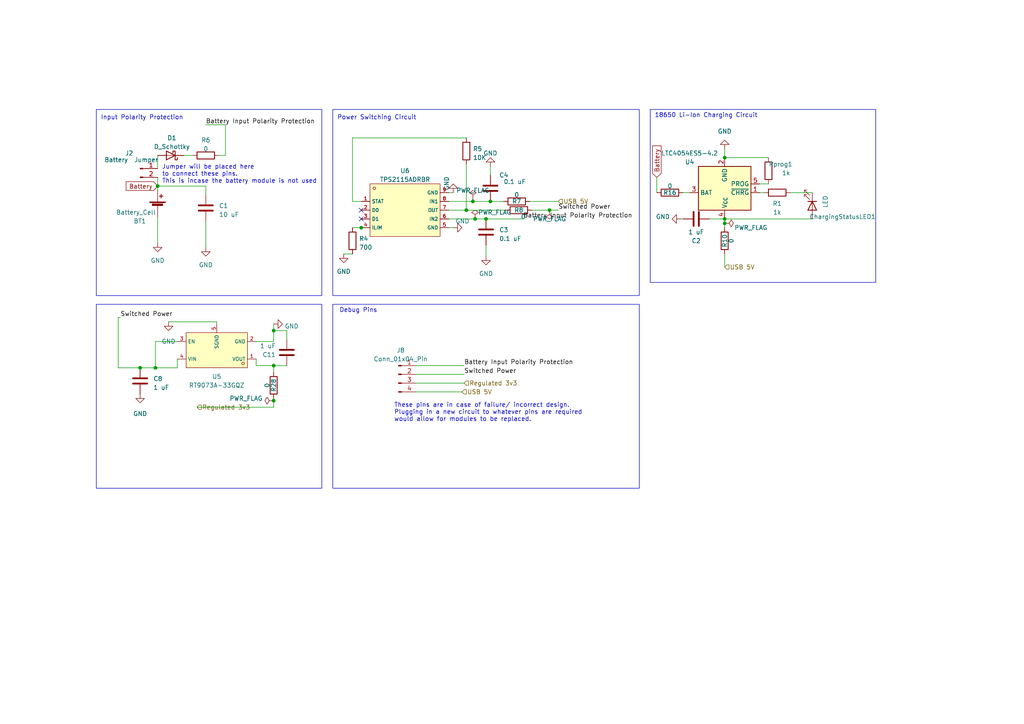
<source format=kicad_sch>
(kicad_sch (version 20230121) (generator eeschema)
  (paper "A4")
  (title_block (title "Power Schematic") (date "2023-03-11") (rev "2") (comment 2 "Holly Lewis, Queto Jenkins, Matt Pettit") (comment 3 "Authors: Group 29"))
  (lib_symbols
    (symbol "Battery_Management:LTC4054ES5-4.2"
      (property "Reference" "U" (at -5.842 6.604 0))
      (property "Value" "LTC4054ES5-4.2" (at 1.524 6.604 0))
      (symbol "LTC4054ES5-4.2_0_1"
        (rectangle (start -7.62 5.08) (end 7.62 -7.62) (stroke (width 0.254)) (fill (type background)))
      )
      (symbol "LTC4054ES5-4.2_1_1"
        (pin open_collector line (at -10.16 0 0) (length 2.54) (name "~{CHRG}") (number "1"))
        (pin power_in line (at 0 -10.16 90) (length 2.54) (name "GND") (number "2"))
        (pin power_out line (at 10.16 0 180) (length 2.54) (name "BAT") (number "3"))
        (pin power_in line (at 0 7.62 270) (length 2.54) (name "V_{CC}") (number "4"))
        (pin bidirectional line (at -10.16 -2.54 0) (length 2.54) (name "PROG") (number "5"))
      )
    )
    (symbol "Connector:Conn_01x02_Pin" (pin_names (offset 1.016) hide)
      (property "Reference" "J" (at 0 2.54 0))
      (property "Value" "Conn_01x02_Pin" (at 0 -5.08 0))
      (symbol "Conn_01x02_Pin_1_1"
        (polyline (pts (xy 1.27 -2.54) (xy 0.8636 -2.54)) (stroke (width 0.1524)))
        (polyline (pts (xy 1.27 0) (xy 0.8636 0)) (stroke (width 0.1524)))
        (rectangle (start 0.8636 -2.413) (end 0 -2.667) (stroke (width 0.1524)) (fill (type outline)))
        (rectangle (start 0.8636 0.127) (end 0 -0.127) (stroke (width 0.1524)) (fill (type outline)))
        (pin passive line (at 5.08 0 180) (length 3.81) (name "Pin_1") (number "1"))
        (pin passive line (at 5.08 -2.54 180) (length 3.81) (name "Pin_2") (number "2"))
      )
    )
    (symbol "Connector:Conn_01x04_Pin" (pin_names (offset 1.016) hide)
      (property "Reference" "J" (at 0 5.08 0))
      (property "Value" "Conn_01x04_Pin" (at 0 -7.62 0))
      (symbol "Conn_01x04_Pin_1_1"
        (polyline (pts (xy 1.27 -5.08) (xy 0.8636 -5.08)) (stroke (width 0.1524)))
        (polyline (pts (xy 1.27 -2.54) (xy 0.8636 -2.54)) (stroke (width 0.1524)))
        (polyline (pts (xy 1.27 0) (xy 0.8636 0)) (stroke (width 0.1524)))
        (polyline (pts (xy 1.27 2.54) (xy 0.8636 2.54)) (stroke (width 0.1524)))
        (rectangle (start 0.8636 -4.953) (end 0 -5.207) (stroke (width 0.1524)) (fill (type outline)))
        (rectangle (start 0.8636 -2.413) (end 0 -2.667) (stroke (width 0.1524)) (fill (type outline)))
        (rectangle (start 0.8636 0.127) (end 0 -0.127) (stroke (width 0.1524)) (fill (type outline)))
        (rectangle (start 0.8636 2.667) (end 0 2.413) (stroke (width 0.1524)) (fill (type outline)))
        (pin passive line (at 5.08 2.54 180) (length 3.81) (name "Pin_1") (number "1"))
        (pin passive line (at 5.08 0 180) (length 3.81) (name "Pin_2") (number "2"))
        (pin passive line (at 5.08 -2.54 180) (length 3.81) (name "Pin_3") (number "3"))
        (pin passive line (at 5.08 -5.08 180) (length 3.81) (name "Pin_4") (number "4"))
      )
    )
    (symbol "Device:Battery_Cell" (pin_numbers hide) (pin_names (offset 0) hide)
      (property "Reference" "BT" (at 2.54 2.54 0))
      (property "Value" "Battery_Cell" (at 2.54 0 0))
      (symbol "Battery_Cell_0_1"
        (rectangle (start -2.286 1.778) (end 2.286 1.524) (fill (type outline)))
        (rectangle (start -1.5748 1.1938) (end 1.4732 0.6858) (fill (type outline)))
        (polyline (pts (xy 0 0.762) (xy 0 0)))
        (polyline (pts (xy 0 1.778) (xy 0 2.54)))
        (polyline (pts (xy 0.508 3.429) (xy 1.524 3.429)) (stroke (width 0.254)))
        (polyline (pts (xy 1.016 3.937) (xy 1.016 2.921)) (stroke (width 0.254)))
      )
      (symbol "Battery_Cell_1_1"
        (pin passive line (at 0 5.08 270) (length 2.54) (name "+") (number "1"))
        (pin passive line (at 0 -2.54 90) (length 2.54) (name "-") (number "2"))
      )
    )
    (symbol "Device:C" (pin_numbers hide) (pin_names (offset 0.254))
      (property "Reference" "C" (at 0.635 2.54 0))
      (property "Value" "C" (at 0.635 -2.54 0))
      (symbol "C_0_1"
        (polyline (pts (xy -2.032 -0.762) (xy 2.032 -0.762)) (stroke (width 0.508)))
        (polyline (pts (xy -2.032 0.762) (xy 2.032 0.762)) (stroke (width 0.508)))
      )
      (symbol "C_1_1"
        (pin passive line (at 0 3.81 270) (length 2.794) (name "~") (number "1"))
        (pin passive line (at 0 -3.81 90) (length 2.794) (name "~") (number "2"))
      )
    )
    (symbol "Device:D_Schottky" (pin_numbers hide) (pin_names (offset 1.016) hide)
      (property "Reference" "D" (at 0 2.54 0))
      (property "Value" "D_Schottky" (at 0 -2.54 0))
      (symbol "D_Schottky_0_1"
        (polyline (pts (xy 1.27 0) (xy -1.27 0)))
        (polyline (pts (xy 1.27 1.27) (xy 1.27 -1.27) (xy -1.27 0) (xy 1.27 1.27)) (stroke (width 0.254)))
        (polyline (pts (xy -1.905 0.635) (xy -1.905 1.27) (xy -1.27 1.27) (xy -1.27 -1.27) (xy -0.635 -1.27) (xy -0.635 -0.635)) (stroke (width 0.254)))
      )
      (symbol "D_Schottky_1_1"
        (pin passive line (at -3.81 0 0) (length 2.54) (name "K") (number "1"))
        (pin passive line (at 3.81 0 180) (length 2.54) (name "A") (number "2"))
      )
    )
    (symbol "Device:LED" (pin_numbers hide) (pin_names (offset 1.016) hide)
      (property "Reference" "D" (at 0 2.54 0))
      (property "Value" "LED" (at 0 -2.54 0))
      (symbol "LED_0_1"
        (polyline (pts (xy -1.27 -1.27) (xy -1.27 1.27)) (stroke (width 0.254)))
        (polyline (pts (xy -1.27 0) (xy 1.27 0)))
        (polyline (pts (xy 1.27 -1.27) (xy 1.27 1.27) (xy -1.27 0) (xy 1.27 -1.27)) (stroke (width 0.254)))
        (polyline (pts (xy -3.048 -0.762) (xy -4.572 -2.286) (xy -3.81 -2.286) (xy -4.572 -2.286) (xy -4.572 -1.524)))
        (polyline (pts (xy -1.778 -0.762) (xy -3.302 -2.286) (xy -2.54 -2.286) (xy -3.302 -2.286) (xy -3.302 -1.524)))
      )
      (symbol "LED_1_1"
        (pin passive line (at -3.81 0 0) (length 2.54) (name "K") (number "1"))
        (pin passive line (at 3.81 0 180) (length 2.54) (name "A") (number "2"))
      )
    )
    (symbol "Device:R" (pin_numbers hide) (pin_names (offset 0))
      (property "Reference" "R" (at 2.032 0 90))
      (property "Value" "R" (at 0 0 90))
      (symbol "R_0_1"
        (rectangle (start -1.016 -2.54) (end 1.016 2.54) (stroke (width 0.254)))
      )
      (symbol "R_1_1"
        (pin passive line (at 0 3.81 270) (length 1.27) (name "~") (number "1"))
        (pin passive line (at 0 -3.81 90) (length 1.27) (name "~") (number "2"))
      )
    )
    (symbol "RT9073A-33GQZ:RT9073A-33GQZ"
      (property "Reference" "U" (at 0 1.27 0))
      (property "Value" "RT9073A-33GQZ" (at 0 -2.54 0))
      (symbol "RT9073A-33GQZ_0_1"
        (rectangle (start -8.89 5.08) (end 8.89 -5.08) (fill (type background)))
        (circle (center -7.62 3.81) (radius 0.381) (fill (type background)))
        (pin unspecified line (at -11.43 2.54 0) (length 2.54) (name "VOUT") (number "1"))
        (pin unspecified line (at -11.43 -2.54 0) (length 2.54) (name "GND") (number "2"))
        (pin unspecified line (at 11.43 -2.54 180) (length 2.54) (name "EN") (number "3"))
        (pin unspecified line (at 11.43 2.54 180) (length 2.54) (name "VIN") (number "4"))
        (pin unspecified line (at 0 -7.62 90) (length 2.54) (name "SGND") (number "5"))
      )
    )
    (symbol "TPS2115ADRBR:TPS2115ADRBR"
      (property "Reference" "U" (at 0 1.27 0))
      (property "Value" "TPS2115ADRBR" (at 0 -2.54 0))
      (symbol "TPS2115ADRBR_0_1"
        (rectangle (start -10.16 7.62) (end 10.16 -7.62) (fill (type background)))
        (circle (center -8.89 6.35) (radius 0.381) (fill (type background)))
        (pin unspecified line (at -12.7 2.54 0) (length 2.54) (name "STAT") (number "1"))
        (pin unspecified line (at -12.7 0 0) (length 2.54) (name "D0") (number "2"))
        (pin unspecified line (at -12.7 -2.54 0) (length 2.54) (name "D1") (number "3"))
        (pin unspecified line (at -12.7 -5.08 0) (length 2.54) (name "ILIM") (number "4"))
        (pin unspecified line (at 12.7 -5.08 180) (length 2.54) (name "GND") (number "5"))
        (pin unspecified line (at 12.7 -2.54 180) (length 2.54) (name "IN2") (number "6"))
        (pin unspecified line (at 12.7 0 180) (length 2.54) (name "OUT") (number "7"))
        (pin unspecified line (at 12.7 2.54 180) (length 2.54) (name "IN1") (number "8"))
        (pin unspecified line (at 12.7 5.08 180) (length 2.54) (name "GND") (number "9"))
      )
    )
    (symbol "power:GND" (power) (pin_names (offset 0))
      (property "Value" "GND" (at 0 -3.81 0))
      (symbol "GND_0_1"
        (polyline (pts (xy 0 0) (xy 0 -1.27) (xy 1.27 -1.27) (xy 0 -2.54) (xy -1.27 -1.27) (xy 0 -1.27)))
      )
      (symbol "GND_1_1"
        (pin power_in line (at 0 0 270) (length 0) hide (name "GND") (number "1"))
      )
    )
    (symbol "power:PWR_FLAG" (power) (pin_numbers hide) (pin_names (offset 0) hide)
      (property "Value" "PWR_FLAG" (at 0 3.81 0))
      (symbol "PWR_FLAG_0_0"
        (pin power_out line (at 0 0 90) (length 0) (name "pwr") (number "1"))
      )
      (symbol "PWR_FLAG_0_1"
        (polyline (pts (xy 0 0) (xy 0 1.27) (xy -1.016 1.905) (xy 0 2.54) (xy 1.016 1.905) (xy 0 1.27)))
      )
    )
  )
  (junction (at 79.375 106.045))
  (junction (at 137.795 63.5))
  (junction (at 210.185 63.5))
  (junction (at 159.385 60.96))
  (junction (at 210.185 45.72))
  (junction (at 104.775 66.04))
  (junction (at 79.375 116.205))
  (junction (at 137.16 58.42))
  (junction (at 40.64 106.68))
  (junction (at 45.085 106.68))
  (junction (at 140.97 63.5))
  (junction (at 45.72 53.975))
  (junction (at 210.185 64.77))
  (junction (at 142.24 58.42))
  (junction (at 135.255 60.96))
  (junction (at 79.375 95.885))
  (no_connect (at 104.775 60.96))
  (no_connect (at 104.775 63.5))
  (wire (pts (xy 235.585 63.5) (xy 210.185 63.5)))
  (wire (pts (xy 210.185 64.77) (xy 210.185 66.04)))
  (wire (pts (xy 120.65 113.665) (xy 133.985 113.665)))
  (wire (pts (xy 34.29 92.075) (xy 34.29 106.68)))
  (wire (pts (xy 45.72 45.085) (xy 45.72 48.895)))
  (wire (pts (xy 198.12 55.88) (xy 200.025 55.88)))
  (wire (pts (xy 210.185 63.5) (xy 205.74 63.5)))
  (wire (pts (xy 45.72 62.865) (xy 45.72 70.485)))
  (wire (pts (xy 221.615 55.88) (xy 220.345 55.88)))
  (wire (pts (xy 137.16 58.42) (xy 142.24 58.42)))
  (wire (pts (xy 102.235 58.42) (xy 104.775 58.42)))
  (wire (pts (xy 79.375 95.885) (xy 79.375 99.06)))
  (wire (pts (xy 130.175 60.96) (xy 135.255 60.96)))
  (wire (pts (xy 99.695 73.66) (xy 102.235 73.66)))
  (wire (pts (xy 34.29 106.68) (xy 40.64 106.68)))
  (wire (pts (xy 153.67 58.42) (xy 161.925 58.42)))
  (wire (pts (xy 210.185 63.5) (xy 210.185 64.77)))
  (wire (pts (xy 57.15 118.11) (xy 79.375 118.11)))
  (wire (pts (xy 45.085 106.68) (xy 51.435 106.68)))
  (wire (pts (xy 120.65 111.125) (xy 134.62 111.125)))
  (wire (pts (xy 59.69 64.135) (xy 59.69 71.755)))
  (wire (pts (xy 79.375 107.95) (xy 79.375 106.045)))
  (wire (pts (xy 154.305 60.96) (xy 159.385 60.96)))
  (wire (pts (xy 62.865 93.345) (xy 62.865 93.98)))
  (wire (pts (xy 59.69 53.975) (xy 59.69 56.515)))
  (wire (pts (xy 137.795 63.5) (xy 140.97 63.5)))
  (wire (pts (xy 79.375 93.98) (xy 79.375 95.885)))
  (wire (pts (xy 79.375 106.045) (xy 74.295 106.045)))
  (wire (pts (xy 63.5 45.085) (xy 65.405 45.085)))
  (wire (pts (xy 79.375 118.11) (xy 79.375 116.205)))
  (wire (pts (xy 79.375 95.885) (xy 83.185 95.885)))
  (wire (pts (xy 190.5 51.435) (xy 190.5 55.88)))
  (wire (pts (xy 146.05 58.42) (xy 142.24 58.42)))
  (wire (pts (xy 104.775 66.04) (xy 107.315 66.04)))
  (wire (pts (xy 137.16 57.785) (xy 137.16 58.42)))
  (wire (pts (xy 48.895 93.345) (xy 62.865 93.345)))
  (wire (pts (xy 140.97 63.5) (xy 151.765 63.5)))
  (wire (pts (xy 135.255 47.625) (xy 135.255 60.96)))
  (wire (pts (xy 102.235 40.005) (xy 102.235 58.42)))
  (wire (pts (xy 45.085 99.06) (xy 45.085 106.68)))
  (wire (pts (xy 83.185 98.425) (xy 83.185 95.885)))
  (wire (pts (xy 65.405 36.195) (xy 59.69 36.195)))
  (wire (pts (xy 130.175 55.88) (xy 131.445 55.88)))
  (wire (pts (xy 45.085 99.06) (xy 51.435 99.06)))
  (wire (pts (xy 140.97 71.12) (xy 140.97 74.295)))
  (wire (pts (xy 120.65 106.045) (xy 134.62 106.045)))
  (wire (pts (xy 135.255 60.96) (xy 146.685 60.96)))
  (wire (pts (xy 53.34 45.085) (xy 55.88 45.085)))
  (wire (pts (xy 34.925 92.075) (xy 34.29 92.075)))
  (wire (pts (xy 65.405 36.195) (xy 65.405 45.085)))
  (wire (pts (xy 45.72 51.435) (xy 45.72 53.975)))
  (wire (pts (xy 142.24 48.26) (xy 142.24 50.8)))
  (wire (pts (xy 51.435 104.14) (xy 51.435 106.68)))
  (wire (pts (xy 130.175 66.04) (xy 131.445 66.04)))
  (wire (pts (xy 120.65 108.585) (xy 134.62 108.585)))
  (wire (pts (xy 210.185 45.72) (xy 210.185 43.18)))
  (wire (pts (xy 45.72 53.975) (xy 59.69 53.975)))
  (wire (pts (xy 159.385 60.96) (xy 161.925 60.96)))
  (wire (pts (xy 235.585 55.88) (xy 229.235 55.88)))
  (wire (pts (xy 198.12 63.5) (xy 197.485 63.5)))
  (wire (pts (xy 130.175 58.42) (xy 137.16 58.42)))
  (wire (pts (xy 220.345 53.34) (xy 222.885 53.34)))
  (wire (pts (xy 83.185 106.045) (xy 79.375 106.045)))
  (wire (pts (xy 45.72 53.975) (xy 45.72 55.245)))
  (wire (pts (xy 135.255 40.005) (xy 102.235 40.005)))
  (wire (pts (xy 40.64 106.68) (xy 45.085 106.68)))
  (wire (pts (xy 130.175 63.5) (xy 137.795 63.5)))
  (wire (pts (xy 102.235 66.04) (xy 104.775 66.04)))
  (wire (pts (xy 210.185 77.47) (xy 210.185 73.66)))
  (wire (pts (xy 79.375 116.205) (xy 79.375 115.57)))
  (wire (pts (xy 74.295 99.06) (xy 79.375 99.06)))
  (wire (pts (xy 222.885 45.72) (xy 210.185 45.72)))
  (wire (pts (xy 74.295 104.14) (xy 74.295 106.045)))
  (rectangle (start 96.52 88.265) (end 185.42 141.605))
  (rectangle (start 188.595 31.75) (end 254 81.915))
  (rectangle (start 27.94 31.75) (end 93.345 85.725))
  (rectangle (start 96.52 31.75) (end 185.42 85.725))
  (rectangle (start 27.94 88.265) (end 93.345 141.605))
  (text "Debug Pins\n" (at 98.425 90.805 0) (effects (font (size 1.27 1.27)) (justify left bottom)))
  (text "Power Switching Circuit\n" (at 97.79 34.925 0) (effects (font (size 1.27 1.27)) (justify left bottom)))
  (text "18650 Li-Ion Charging Circuit\n" (at 189.865 34.29 0) (effects (font (size 1.27 1.27)) (justify left bottom)))
  (text "Input Polarity Protection" (at 29.21 34.925 0) (effects (font (size 1.27 1.27)) (justify left bottom)))
  (text "These pins are in case of failure/ incorrect design.\nPlugging in a new circuit to whatever pins are required \nwould allow for modules to be replaced.\n\n" (at 114.3 124.46 0) (effects (font (size 1.27 1.27)) (justify left bottom)))
  (text "Jumper will be placed here \nto connect these pins.\nThis is incase the battery module is not used\n" (at 46.99 53.34 0) (effects (font (size 1.27 1.27)) (justify left bottom)))
  (label "Switched Power" (at 134.62 108.585 0))
  (label "Switched Power" (at 161.925 60.96 0))
  (label "Battery Input Polarity Protection" (at 151.765 63.5 0))
  (label "Battery Input Polarity Protection" (at 134.62 106.045 0))
  (label "Battery Input Polarity Protection" (at 59.69 36.195 0))
  (label "Switched Power" (at 34.925 92.075 0))
  (global_label "Battery" (shape input) (at 190.5 51.435 90) (property "Intersheetrefs" "${INTERSHEET_REFS}" (effects hide)))
  (global_label "Battery" (shape input) (at 45.72 53.975 180) (property "Intersheetrefs" "${INTERSHEET_REFS}" (effects hide)))
  (hierarchical_label "Regulated 3v3" (shape input) (at 57.15 118.11 0))
  (hierarchical_label "USB 5V" (shape input) (at 133.985 113.665 0))
  (hierarchical_label "Regulated 3v3" (shape input) (at 134.62 111.125 0))
  (hierarchical_label "USB 5V" (shape input) (at 161.925 58.42 0))
  (hierarchical_label "USB 5V" (shape input) (at 210.185 77.47 0))
  (symbol (lib_id "power:GND") (at 197.485 63.5 270) (unit 1)
    (property "Reference" "#PWR05" (effects hide))
    (property "Value" "GND" (at 194.31 62.865 90) (effects (justify right)))
  )
  (symbol (lib_id "Device:R") (at 150.495 60.96 90) (unit 1)
    (property "Reference" "R8" (at 150.495 60.96 90))
    (property "Value" "0" (at 151.765 62.865 90))
    (property "Footprint" "footprint:R0402" (effects hide))
  )
  (symbol (lib_id "power:PWR_FLAG") (at 210.185 64.77 270) (unit 1)
    (property "Reference" "#FLG06" (effects hide))
    (property "Value" "PWR_FLAG" (at 217.805 66.04 90))
  )
  (symbol (lib_id "power:GND") (at 131.445 66.04 90) (unit 1)
    (property "Reference" "#PWR017" (effects hide))
    (property "Value" "GND" (at 132.08 64.135 90) (effects (justify right)))
  )
  (symbol (lib_id "power:GND") (at 99.695 73.66 0) (unit 1)
    (property "Reference" "#PWR015" (effects hide))
    (property "Value" "GND" (at 99.695 78.74 0))
  )
  (symbol (lib_id "power:GND") (at 48.895 93.345 0) (unit 1)
    (property "Reference" "#PWR019" (effects hide))
    (property "Value" "GND" (at 48.895 99.0385 0))
  )
  (symbol (lib_id "Device:R") (at 210.185 69.85 0) (unit 1)
    (property "Reference" "R10" (at 210.185 69.85 90))
    (property "Value" "0" (at 212.09 69.85 90))
    (property "Footprint" "footprint:R0402" (effects hide))
  )
  (symbol (lib_id "Device:R") (at 79.375 111.76 180) (unit 1)
    (property "Reference" "R28" (at 79.375 111.76 90))
    (property "Value" "0" (at 77.47 111.76 90))
    (property "Footprint" "footprint:R0402" (effects hide))
  )
  (symbol (lib_id "Device:R") (at 102.235 69.85 0) (unit 1)
    (property "Reference" "R4" (at 104.14 69.215 0) (effects (justify left)))
    (property "Value" "700" (at 104.14 71.755 0) (effects (justify left)))
    (property "Footprint" "footprint:R0603" (effects hide))
  )
  (symbol (lib_id "Device:D_Schottky") (at 49.53 45.085 180) (unit 1)
    (property "Reference" "D1" (at 49.8475 40.005 0))
    (property "Value" "D_Schottky" (at 49.8475 42.545 0))
    (property "Footprint" "footprint:SMA_L4.2-W2.6-LS5.3-RD" (effects hide))
  )
  (symbol (lib_id "power:GND") (at 131.445 55.88 180) (unit 1)
    (property "Reference" "#PWR016" (effects hide))
    (property "Value" "GND" (at 129.54 55.245 90) (effects (justify right)))
  )
  (symbol (lib_id "power:PWR_FLAG") (at 137.795 63.5 0) (unit 1)
    (property "Reference" "#FLG02" (effects hide))
    (property "Value" "PWR_FLAG" (at 143.51 61.595 0))
  )
  (symbol (lib_id "power:PWR_FLAG") (at 79.375 116.205 90) (unit 1)
    (property "Reference" "#FLG09" (effects hide))
    (property "Value" "PWR_FLAG" (at 76.2 115.57 90) (effects (justify left)))
  )
  (symbol (lib_id "Device:C") (at 83.185 102.235 180) (unit 1)
    (property "Reference" "C11" (at 80.01 102.87 0) (effects (justify left)))
    (property "Value" "1 uF" (at 80.01 100.33 0) (effects (justify left)))
    (property "Footprint" "footprint:C0402" (effects hide))
  )
  (symbol (lib_id "Device:C") (at 40.64 110.49 0) (unit 1)
    (property "Reference" "C8" (at 44.45 109.855 0) (effects (justify left)))
    (property "Value" "1 uF" (at 44.45 112.395 0) (effects (justify left)))
    (property "Footprint" "footprint:C0402" (effects hide))
  )
  (symbol (lib_id "RT9073A-33GQZ:RT9073A-33GQZ") (at 62.865 101.6 180) (unit 1)
    (property "Reference" "U5" (at 62.865 109.22 0))
    (property "Value" "RT9073A-33GQZ" (at 62.865 111.76 0))
    (property "Footprint" "footprint:ZQFN-4L_L1.0-W1.0-P0.63-BL-EP" (effects hide))
    (property "Datasheet" "https://item.szlcsc.com/419412.html" (effects hide))
    (property "LCSC" "C250432" (effects hide))
  )
  (symbol (lib_id "TPS2115ADRBR:TPS2115ADRBR") (at 117.475 60.96 0) (unit 1)
    (property "Reference" "U6" (at 117.475 49.53 0))
    (property "Value" "TPS2115ADRBR" (at 117.475 52.07 0))
    (property "Footprint" "footprint:SON-8_L3.0-W3.0-P0.65-LS3.0-BL-EP" (effects hide))
    (property "Datasheet" "https://item.szlcsc.com/150675.html" (effects hide))
    (property "LCSC" "C140321" (effects hide))
  )
  (symbol (lib_id "Device:C") (at 142.24 54.61 0) (unit 1)
    (property "Reference" "C4" (at 144.78 50.8 0) (effects (justify left)))
    (property "Value" "0.1 uF" (at 146.05 52.705 0) (effects (justify left)))
    (property "Footprint" "footprint:C1206" (effects hide))
  )
  (symbol (lib_id "Device:R") (at 222.885 49.53 180) (unit 1)
    (property "Reference" "Rprog1" (at 229.87 47.625 0) (effects (justify left)))
    (property "Value" "1k" (at 229.235 50.165 0) (effects (justify left)))
    (property "Footprint" "footprint:R1206" (effects hide))
  )
  (symbol (lib_id "power:GND") (at 45.72 70.485 0) (unit 1)
    (property "Reference" "#PWR01" (effects hide))
    (property "Value" "GND" (at 45.72 75.565 0))
  )
  (symbol (lib_id "power:PWR_FLAG") (at 137.16 57.785 0) (unit 1)
    (property "Reference" "#FLG01" (effects hide))
    (property "Value" "PWR_FLAG" (at 137.16 55.245 0))
  )
  (symbol (lib_id "Device:R") (at 194.31 55.88 90) (unit 1)
    (property "Reference" "R16" (at 194.31 55.88 90))
    (property "Value" "0" (at 194.31 53.975 90))
    (property "Footprint" "footprint:R0402" (effects hide))
  )
  (symbol (lib_id "Device:R") (at 59.69 45.085 90) (unit 1)
    (property "Reference" "R6" (at 59.69 40.64 90))
    (property "Value" "0" (at 59.69 43.18 90))
    (property "Footprint" "footprint:R0402" (effects hide))
  )
  (symbol (lib_id "Device:LED") (at 235.585 59.69 270) (unit 1)
    (property "Reference" "ChargingStatusLED1" (at 254 62.865 90) (effects (justify right)))
    (property "Value" "LED" (at 239.395 60.325 0) (effects (justify right)))
    (property "Footprint" "footprint:LED0805-RD" (effects hide))
  )
  (symbol (lib_id "power:GND") (at 40.64 114.3 0) (unit 1)
    (property "Reference" "#PWR021" (effects hide))
    (property "Value" "GND" (at 40.64 119.9935 0))
  )
  (symbol (lib_id "Battery_Management:LTC4054ES5-4.2") (at 210.185 55.88 180) (unit 1)
    (property "Reference" "U4" (at 200.025 46.99 0))
    (property "Value" "LTC4054ES5-4.2" (at 200.025 44.45 0))
    (property "Footprint" "Package_TO_SOT_SMD:TSOT-23-5" (effects hide))
    (property "Datasheet" "https://www.analog.com/media/en/technical-documentation/data-sheets/405442xf.pdf" (effects hide))
  )
  (symbol (lib_id "Connector:Conn_01x02_Pin") (at 40.64 48.895 0) (unit 1)
    (property "Reference" "J2" (at 37.465 44.45 0))
    (property "Value" "Battery  Jumper" (at 38.1 46.355 0))
    (property "Footprint" "Connector_PinHeader_2.54mm:PinHeader_1x02_P2.54mm_Vertical" (effects hide))
  )
  (symbol (lib_id "Device:R") (at 149.86 58.42 90) (unit 1)
    (property "Reference" "R7" (at 149.86 58.42 90))
    (property "Value" "0" (at 149.86 56.515 90))
    (property "Footprint" "footprint:R0402" (effects hide))
  )
  (symbol (lib_id "power:GND") (at 210.185 43.18 180) (unit 1)
    (property "Reference" "#PWR02" (effects hide))
    (property "Value" "GND" (at 210.185 38.1 0))
  )
  (symbol (lib_id "power:GND") (at 142.24 48.26 180) (unit 1)
    (property "Reference" "#PWR08" (effects hide))
    (property "Value" "GND" (at 142.24 44.45 0))
  )
  (symbol (lib_id "Device:Battery_Cell") (at 45.72 60.325 0) (unit 1)
    (property "Reference" "BT1" (at 38.735 64.135 0) (effects (justify left)))
    (property "Value" "Battery_Cell" (at 33.655 61.595 0) (effects (justify left)))
    (property "Footprint" "Battery:BatteryHolder_Keystone_1042_1x18650" (effects hide))
  )
  (symbol (lib_id "Device:C") (at 59.69 60.325 0) (unit 1)
    (property "Reference" "C1" (at 63.5 59.69 0) (effects (justify left)))
    (property "Value" "10 uF" (at 63.5 62.23 0) (effects (justify left)))
    (property "Footprint" "footprint:C0603" (effects hide))
  )
  (symbol (lib_id "Connector:Conn_01x04_Pin") (at 115.57 108.585 0) (unit 1)
    (property "Reference" "J8" (at 116.205 101.6 0))
    (property "Value" "Conn_01x04_Pin" (at 116.205 104.14 0))
    (property "Footprint" "Connector_PinHeader_2.54mm:PinHeader_1x04_P2.54mm_Vertical" (effects hide))
  )
  (symbol (lib_id "power:GND") (at 59.69 71.755 0) (unit 1)
    (property "Reference" "#PWR04" (effects hide))
    (property "Value" "GND" (at 59.69 76.835 0))
  )
  (symbol (lib_id "power:GND") (at 140.97 74.295 0) (unit 1)
    (property "Reference" "#PWR018" (effects hide))
    (property "Value" "GND" (at 140.97 79.375 0))
  )
  (symbol (lib_id "Device:R") (at 225.425 55.88 270) (unit 1)
    (property "Reference" "R1" (at 225.425 59.055 90))
    (property "Value" "1k" (at 225.425 61.595 90))
    (property "Footprint" "footprint:R1206" (effects hide))
  )
  (symbol (lib_id "power:PWR_FLAG") (at 159.385 60.96 180) (unit 1)
    (property "Reference" "#FLG03" (effects hide))
    (property "Value" "PWR_FLAG" (at 159.385 63.5 0))
  )
  (symbol (lib_id "Device:R") (at 135.255 43.815 0) (unit 1)
    (property "Reference" "R5" (at 137.16 43.18 0) (effects (justify left)))
    (property "Value" "10K" (at 137.16 45.72 0) (effects (justify left)))
    (property "Footprint" "footprint:R0805" (effects hide))
  )
  (symbol (lib_id "Device:C") (at 140.97 67.31 0) (unit 1)
    (property "Reference" "C3" (at 144.78 66.675 0) (effects (justify left)))
    (property "Value" "0.1 uF" (at 144.78 69.215 0) (effects (justify left)))
    (property "Footprint" "footprint:C1206" (effects hide))
  )
  (symbol (lib_id "Device:C") (at 201.93 63.5 90) (unit 1)
    (property "Reference" "C2" (at 201.93 69.85 90))
    (property "Value" "1 uF" (at 201.93 67.31 90))
    (property "Footprint" "footprint:C0402" (effects hide))
  )
  (symbol (lib_id "power:GND") (at 79.375 93.98 90) (unit 1)
    (property "Reference" "#PWR022" (effects hide))
    (property "Value" "GND" (at 82.55 94.615 90) (effects (justify right)))
  )
)
</source>
